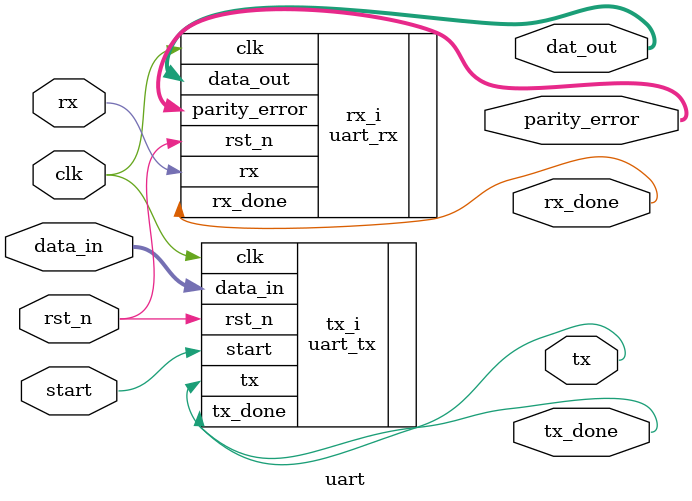
<source format=sv>
module uart (
  /*------------------------------------------------------------------------------
  --  Comon signals CLK and rst_n
  ------------------------------------------------------------------------------*/
  input  logic        rst_n       ,
  input  logic        clk         ,
  /*------------------------------------------------------------------------------
  ------------------------------------------------------------------------------*/
  /*------------------------------------------------------------------------------
  --  UART TX Module Signals
  ------------------------------------------------------------------------------*/
  input  logic [31:0] data_in     ,
  input  logic        start       ,
  output reg          tx          ,
  output reg          tx_done     ,
  /*------------------------------------------------------------------------------
  ------------------------------------------------------------------------------*/
  /*------------------------------------------------------------------------------
  --  UART RX Module Signals
  ------------------------------------------------------------------------------*/
  input  logic        rx          ,
  output logic        rx_done     ,
  output reg   [31:0] dat_out     ,
  output reg   [ 3:0] parity_error
  /*------------------------------------------------------------------------------
  ------------------------------------------------------------------------------*/
);

  uart_tx tx_i (
    .clk    (clk    ),
    .rst_n  (rst_n  ),
    .start  (start  ),
    .data_in(data_in),
    .tx     (tx     ),
    .tx_done(tx_done)
  );

  uart_rx rx_i (
    .clk         (clk         ),
    .rst_n       (rst_n       ),
    .rx_done     (rx_done     ),
    .data_out    (dat_out     ),
    .rx          (rx          ),
    .parity_error(parity_error)
  );

endmodule
</source>
